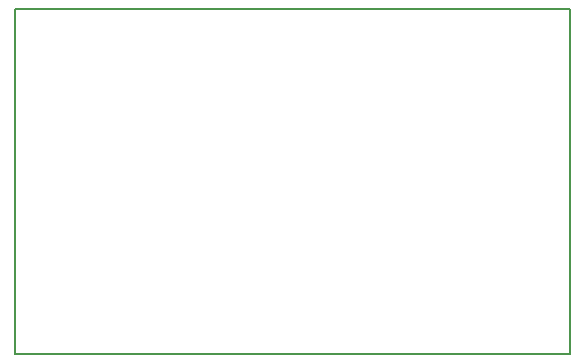
<source format=gbr>
G04 #@! TF.FileFunction,Profile,NP*
%FSLAX46Y46*%
G04 Gerber Fmt 4.6, Leading zero omitted, Abs format (unit mm)*
G04 Created by KiCad (PCBNEW 4.0.2-stable) date 7/4/2016 11:44:18 PM*
%MOMM*%
G01*
G04 APERTURE LIST*
%ADD10C,0.100000*%
%ADD11C,0.150000*%
G04 APERTURE END LIST*
D10*
D11*
X127762000Y-99768660D02*
X127762000Y-70528180D01*
X174762160Y-99771200D02*
X127762000Y-99771200D01*
X174764700Y-70530720D02*
X174764700Y-99768660D01*
X127767080Y-70523100D02*
X174762160Y-70523100D01*
M02*

</source>
